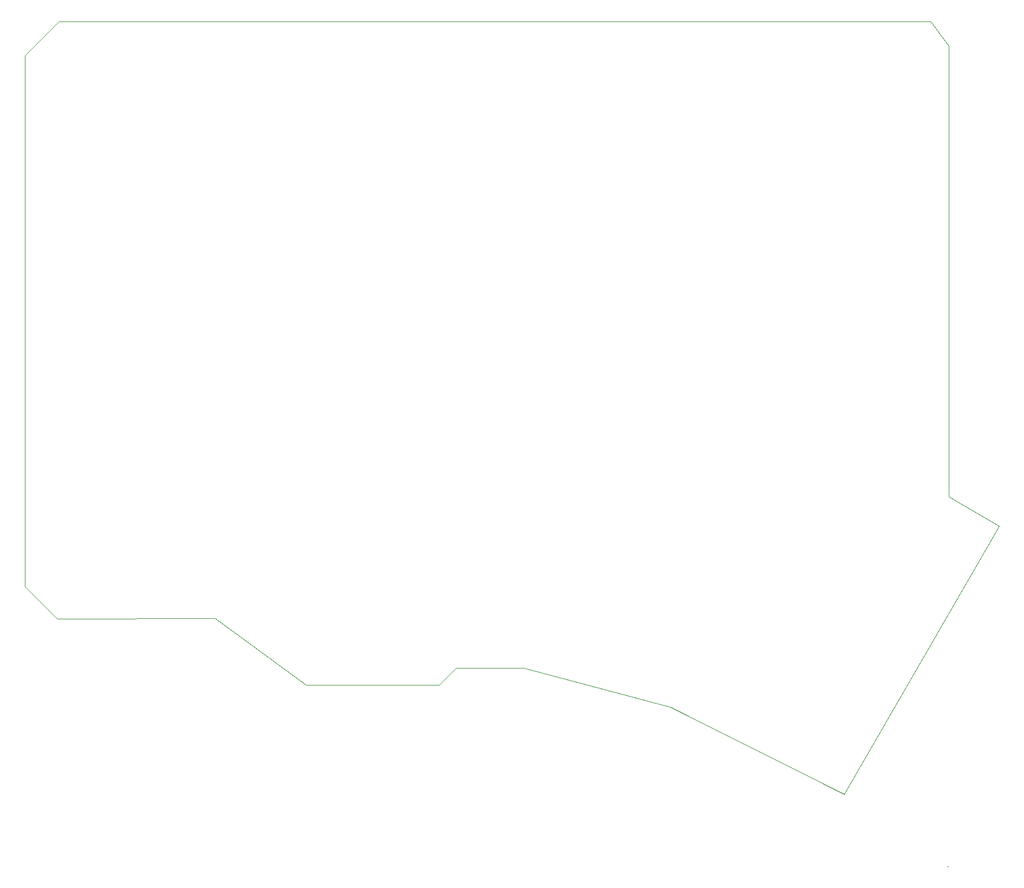
<source format=gm1>
G04 #@! TF.GenerationSoftware,KiCad,Pcbnew,(5.1.2)-2*
G04 #@! TF.CreationDate,2019-10-26T12:53:45+08:00*
G04 #@! TF.ProjectId,redox_rev1_routed3,7265646f-785f-4726-9576-315f726f7574,1.0*
G04 #@! TF.SameCoordinates,Original*
G04 #@! TF.FileFunction,Profile,NP*
%FSLAX46Y46*%
G04 Gerber Fmt 4.6, Leading zero omitted, Abs format (unit mm)*
G04 Created by KiCad (PCBNEW (5.1.2)-2) date 2019-10-26 12:53:45*
%MOMM*%
%LPD*%
G04 APERTURE LIST*
%ADD10C,0.100000*%
G04 APERTURE END LIST*
D10*
X215106250Y-48768000D02*
X217805000Y-52387500D01*
X107950000Y-138112500D02*
X84328000Y-138176000D01*
X121579395Y-148040505D02*
X107950000Y-138112500D01*
X225330156Y-124273242D02*
X202142152Y-164383290D01*
X215106250Y-48768000D02*
X84582000Y-48768000D01*
X217805000Y-52387500D02*
X217805000Y-64008000D01*
X79502000Y-53848000D02*
X79502000Y-57150000D01*
X79502000Y-53848000D02*
X84582000Y-48768000D01*
X154178000Y-145542000D02*
X144018000Y-145542000D01*
X217805000Y-119888000D02*
X225330156Y-124273242D01*
X217805000Y-64008000D02*
X217805000Y-119888000D01*
X217551000Y-175260000D02*
X217678000Y-175260000D01*
X176149000Y-151384000D02*
X154178000Y-145542000D01*
X202142152Y-164383290D02*
X176149000Y-151384000D01*
X141478000Y-148082000D02*
X144018000Y-145542000D01*
X121579395Y-148040505D02*
X141478000Y-148082000D01*
X79502000Y-133350000D02*
X84328000Y-138176000D01*
X79502000Y-57150000D02*
X79502000Y-133350000D01*
M02*

</source>
